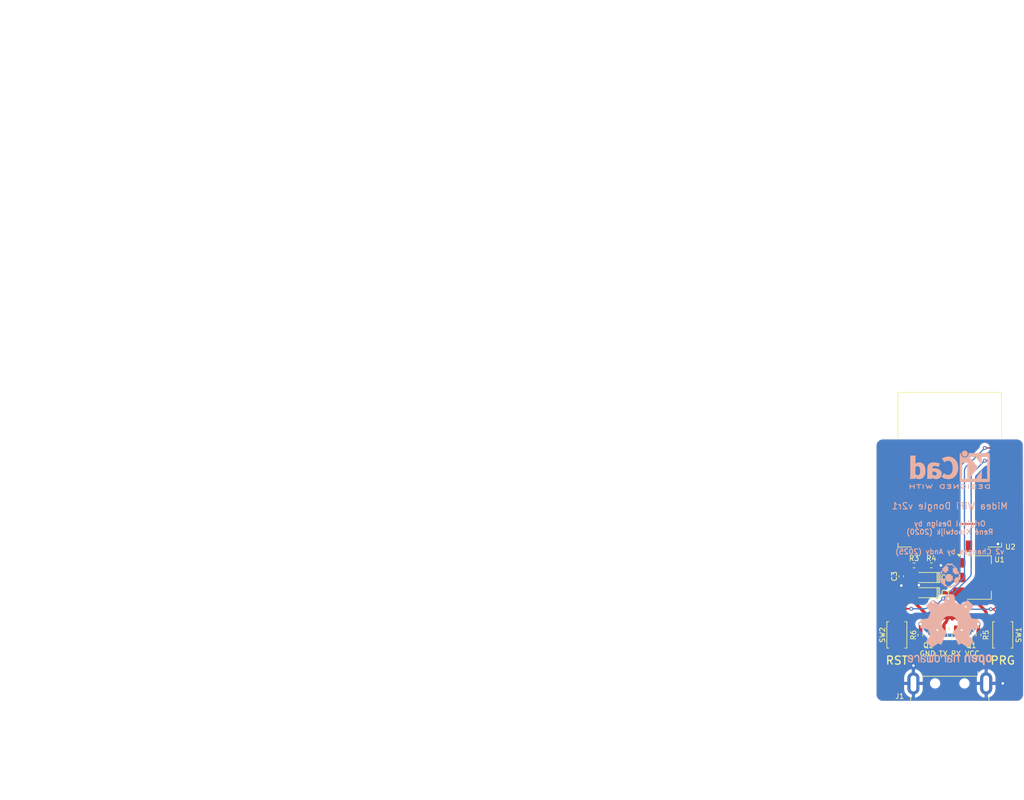
<source format=kicad_pcb>
(kicad_pcb (version 20241229) (generator "pcbnew") (generator_version "9.0")
  (title_block (rev "1"))
  (layers (0 "F.Cu" signal "Front") (2 "B.Cu" signal "Back") (13 "F.Paste" user) (15 "B.Paste" user) (5 "F.SilkS" user "F.Silkscreen") (7 "B.SilkS" user "B.Silkscreen") (1 "F.Mask" user) (3 "B.Mask" user) (25 "Edge.Cuts" user))
  (net 0 "")
  (net 1 "GND")
  (net 2 "+5V")
  (net 3 "/RESET")
  (net 4 "+3V3")
  (net 5 "/RX_USB")
  (net 6 "/TX_USB")
  (net 7 "/GPIO0")
  (net 8 "/EN")
  (net 9 "/GPIO15")
  (net 24 "/RN1-6")
  (net 25 "/RN1-5")
  (footprint "RF_Module:ESP-12E" (layer "F.Cu") (at 153.9 88.3)
    (property "Reference" "U2" (at 9.5 12.1 0) (layer "F.SilkS") (effects (font (size 0.8 0.8) (thickness 0.13))))
    (property "Value" "ESP-12F")
    (pad "1" smd rect (at -7.6 -3.5) (size 2.5 1) (layers "F.Cu" "F.Mask" "F.Paste") (net 3 "/RESET"))
    (pad "2" smd rect (at -7.6 -1.5) (size 2.5 1) (layers "F.Cu" "F.Mask" "F.Paste"))
    (pad "3" smd rect (at -7.6 0.5) (size 2.5 1) (layers "F.Cu" "F.Mask" "F.Paste") (net 8 "/EN"))
    (pad "4" smd rect (at -7.6 2.5) (size 2.5 1) (layers "F.Cu" "F.Mask" "F.Paste"))
    (pad "5" smd rect (at -7.6 4.5) (size 2.5 1) (layers "F.Cu" "F.Mask" "F.Paste"))
    (pad "6" smd rect (at -7.6 6.5) (size 2.5 1) (layers "F.Cu" "F.Mask" "F.Paste"))
    (pad "7" smd rect (at -7.6 8.5) (size 2.5 1) (layers "F.Cu" "F.Mask" "F.Paste"))
    (pad "8" smd rect (at -7.6 10.5) (size 2.5 1) (layers "F.Cu" "F.Mask" "F.Paste") (net 4 "+3V3"))
    (pad "9" smd rect (at -5 12) (size 1 1.8) (layers "F.Cu" "F.Mask" "F.Paste"))
    (pad "10" smd rect (at -3 12) (size 1 1.8) (layers "F.Cu" "F.Mask" "F.Paste"))
    (pad "11" smd rect (at -1 12) (size 1 1.8) (layers "F.Cu" "F.Mask" "F.Paste"))
    (pad "12" smd rect (at 1 12) (size 1 1.8) (layers "F.Cu" "F.Mask" "F.Paste"))
    (pad "13" smd rect (at 3 12) (size 1 1.8) (layers "F.Cu" "F.Mask" "F.Paste"))
    (pad "14" smd rect (at 5 12) (size 1 1.8) (layers "F.Cu" "F.Mask" "F.Paste"))
    (pad "15" smd rect (at 7.6 10.5) (size 2.5 1) (layers "F.Cu" "F.Mask" "F.Paste") (net 1 "GND"))
    (pad "16" smd rect (at 7.6 8.5) (size 2.5 1) (layers "F.Cu" "F.Mask" "F.Paste") (net 9 "/GPIO15"))
    (pad "17" smd rect (at 7.6 6.5) (size 2.5 1) (layers "F.Cu" "F.Mask" "F.Paste"))
    (pad "18" smd rect (at 7.6 4.5) (size 2.5 1) (layers "F.Cu" "F.Mask" "F.Paste") (net 7 "/GPIO0"))
    (pad "19" smd rect (at 7.6 2.5) (size 2.5 1) (layers "F.Cu" "F.Mask" "F.Paste"))
    (pad "20" smd rect (at 7.6 0.5) (size 2.5 1) (layers "F.Cu" "F.Mask" "F.Paste"))
    (pad "21" smd rect (at 7.6 -1.5) (size 2.5 1) (layers "F.Cu" "F.Mask" "F.Paste") (net 24 "/RN1-6"))
    (pad "22" smd rect (at 7.6 -3.5) (size 2.5 1) (layers "F.Cu" "F.Mask" "F.Paste") (net 25 "/RN1-5"))
    (zone (net 0) (net_name "") (layers "F.Cu" "B.Cu") (connect_pads (clearance 0)) (min_thickness 0.254)
      (keepout (tracks not_allowed) (vias not_allowed) (pads not_allowed) (copperpour not_allowed) (footprints not_allowed))
      (fill (thermal_gap 0.508) (thermal_bridge_width 0.508))
      (polygon (pts (xy 145.78 83.5) (xy 162.02 83.5) (xy 162.02 76.18) (xy 145.78 76.18)))
    )
  )
  (footprint "Andys-Footprints:CP_EIA-2012-12_Kemet-R_Pad1.30x1.05mm_HandSolder" (layer "F.Cu") (at 150.025 107.586 180)
    (property "Reference" "C1" (at -3.275 -0.014 0) (layer "F.SilkS") (effects (font (size 0.8 0.8) (thickness 0.13))))
    (property "Value" "22uF")
    (pad "1" smd roundrect (at -0.975 0 180) (size 1.3 1.05) (layers "F.Cu" "F.Mask" "F.Paste") (roundrect_rratio 0.238095) (net 2 "+5V"))
    (pad "2" smd roundrect (at 0.975 0 180) (size 1.3 1.05) (layers "F.Cu" "F.Mask" "F.Paste") (roundrect_rratio 0.238095) (net 1 "GND"))
  )
  (footprint "Package_TO_SOT_SMD:SOT-223" (layer "F.Cu") (at 158.5025 105.2)
    (property "Reference" "U1" (at 3.1975 -2.8 0) (layer "F.SilkS") (effects (font (size 0.8 0.8) (thickness 0.13))))
    (property "Value" "AMS1117-3.3")
    (pad "1" smd roundrect (at -3.15 -2.3) (size 2 1.5) (layers "F.Cu" "F.Mask" "F.Paste") (net 1 "GND"))
    (pad "2" smd roundrect (at -3.15 0) (size 2 1.5) (layers "F.Cu" "F.Mask" "F.Paste") (net 4 "+3V3"))
    (pad "3" smd roundrect (at -3.15 2.3) (size 2 1.5) (layers "F.Cu" "F.Mask" "F.Paste") (net 2 "+5V"))
    (pad "4" smd roundrect (at 3.15 0) (size 2 3.8) (layers "F.Cu" "F.Mask" "F.Paste"))
  )
  (footprint "Resistor_SMD:R_0402_1005Metric_Pad0.72x0.64mm_HandSolder" (layer "F.Cu") (at 148.3 103.3 180)
    (property "Reference" "R3" (at 0 1.1 180) (layer "F.SilkS") (effects (font (size 0.8 0.8) (thickness 0.13))))
    (property "Value" "10k")
    (pad "1" smd roundrect (at -0.5975 0 180) (size 0.715 0.64) (layers "F.Cu" "F.Mask" "F.Paste") (net 8 "/EN"))
    (pad "2" smd roundrect (at 0.5975 0 180) (size 0.715 0.64) (layers "F.Cu" "F.Mask" "F.Paste") (net 4 "+3V3"))
  )
  (footprint "Resistor_SMD:R_0402_1005Metric_Pad0.72x0.64mm_HandSolder" (layer "F.Cu") (at 151 103.3)
    (property "Reference" "R4" (at 0 -1.1 0) (layer "F.SilkS") (effects (font (size 0.8 0.8) (thickness 0.13))))
    (property "Value" "10k")
    (pad "1" smd roundrect (at -0.5975 0) (size 0.715 0.64) (layers "F.Cu" "F.Mask" "F.Paste") (net 9 "/GPIO15"))
    (pad "2" smd roundrect (at 0.5975 0) (size 0.715 0.64) (layers "F.Cu" "F.Mask" "F.Paste") (net 1 "GND"))
  )
  (footprint "Resistor_SMD:R_0402_1005Metric_Pad0.72x0.64mm_HandSolder" (layer "F.Cu") (at 158.4 114.21 -90)
    (property "Reference" "R5" (at 0 -1.17 270) (layer "F.SilkS") (effects (font (size 0.8 0.8) (thickness 0.13))))
    (property "Value" "10k")
    (pad "1" smd roundrect (at -0.5975 0 270) (size 0.715 0.64) (layers "F.Cu" "F.Mask" "F.Paste") (net 2 "+5V"))
    (pad "2" smd roundrect (at 0.5975 0 270) (size 0.715 0.64) (layers "F.Cu" "F.Mask" "F.Paste") (net 5 "/RX_USB"))
  )
  (footprint "Resistor_SMD:R_0402_1005Metric_Pad0.72x0.64mm_HandSolder" (layer "F.Cu") (at 149.3 114.21 -90)
    (property "Reference" "R6" (at 0 1.1 270) (layer "F.SilkS") (effects (font (size 0.8 0.8) (thickness 0.13))))
    (property "Value" "10k")
    (pad "1" smd roundrect (at -0.5975 0 270) (size 0.715 0.64) (layers "F.Cu" "F.Mask" "F.Paste") (net 2 "+5V"))
    (pad "2" smd roundrect (at 0.5975 0 270) (size 0.715 0.64) (layers "F.Cu" "F.Mask" "F.Paste") (net 6 "/TX_USB"))
  )
  (footprint "Package_TO_SOT_SMD:SOT-23" (layer "F.Cu") (at 152 114.3875 -90)
    (property "Reference" "Q2" (at 1.4625 1.45 0) (layer "F.SilkS") (effects (font (size 0.8 0.8) (thickness 0.12))))
    (property "Value" "BSS138")
    (pad "1" smd roundrect (at -0.9375 -0.95 270) (size 1.475 0.6) (layers "F.Cu" "F.Mask" "F.Paste") (net 4 "+3V3"))
    (pad "2" smd roundrect (at -0.9375 0.95 270) (size 1.475 0.6) (layers "F.Cu" "F.Mask" "F.Paste") (net 25 "/RN1-5"))
    (pad "3" smd roundrect (at 0.9375 0 270) (size 1.475 0.6) (layers "F.Cu" "F.Mask" "F.Paste") (net 6 "/TX_USB"))
  )
  (footprint "Package_TO_SOT_SMD:SOT-23" (layer "F.Cu") (at 155.81 114.3875 -90)
    (property "Reference" "Q1" (at 1.4625 -1.44 0) (layer "F.SilkS") (effects (font (size 0.8 0.8) (thickness 0.13))))
    (property "Value" "BSS138")
    (pad "1" smd roundrect (at -0.9375 -0.95 270) (size 1.475 0.6) (layers "F.Cu" "F.Mask" "F.Paste") (net 4 "+3V3"))
    (pad "2" smd roundrect (at -0.9375 0.95 270) (size 1.475 0.6) (layers "F.Cu" "F.Mask" "F.Paste") (net 24 "/RN1-6"))
    (pad "3" smd roundrect (at 0.9375 0 270) (size 1.475 0.6) (layers "F.Cu" "F.Mask" "F.Paste") (net 5 "/RX_USB"))
  )
  (footprint "Connector_USB:USB_A_CNCTech_1001-011-01101_Horizontal" (layer "F.Cu") (at 153.9 128.7 -90)
    (property "Reference" "J1" (at -4.9 7.85 0) (layer "F.SilkS") (effects (font (size 0.8 0.8) (thickness 0.13))))
    (property "Value" "USB_A")
    (fp_text user "GND" (at -11.1 4.8 0) (layer "F.SilkS") (effects (font (size 0.8 0.8) (thickness 0.13)) (justify left bottom)))
    (fp_text user "VCC" (at -11.1 -2.3 0) (layer "F.SilkS") (effects (font (size 0.8 0.8) (thickness 0.13)) (justify left bottom)))
    (fp_text user "TX" (at -11.1 1.8 0) (layer "F.SilkS") (effects (font (size 0.8 0.8) (thickness 0.13)) (justify left bottom)))
    (fp_text user "RX" (at -11.1 -0.1 0) (layer "F.SilkS") (effects (font (size 0.8 0.8) (thickness 0.13)) (justify left bottom)))
    (pad "" np_thru_hole circle (at -6.9 -2.3 270) (size 1.1 1.1) (drill 1.1) (layers "*.Cu" "*.Mask"))
    (pad "" np_thru_hole circle (at -6.9 2.3 270) (size 1.1 1.1) (drill 1.1) (layers "*.Cu" "*.Mask"))
    (pad "1" smd rect (at -9.65 -3.5 270) (size 2.5 1.1) (layers "F.Cu" "F.Mask" "F.Paste") (net 2 "+5V"))
    (pad "2" smd rect (at -9.65 -1 270) (size 2.5 1.1) (layers "F.Cu" "F.Mask" "F.Paste") (net 5 "/RX_USB"))
    (pad "3" smd rect (at -9.65 1 270) (size 2.5 1.1) (layers "F.Cu" "F.Mask" "F.Paste") (net 6 "/TX_USB"))
    (pad "4" smd rect (at -9.65 3.5 270) (size 2.5 1.1) (layers "F.Cu" "F.Mask" "F.Paste") (net 1 "GND"))
    (pad "5" thru_hole oval (at -6.9 -5.7 270) (size 3.5 1.9) (drill oval 2.5 0.9) (property pad_prop_heatsink) (layers "*.Cu" "*.Mask") (net 1 "GND"))
    (pad "5" thru_hole oval (at -6.9 5.7 270) (size 3.5 1.9) (drill oval 2.5 0.9) (property pad_prop_heatsink) (layers "*.Cu" "*.Mask") (net 1 "GND"))
  )
  (footprint "Andys-Footprints:CP_EIA-2012-12_Kemet-R_Pad1.30x1.05mm_HandSolder" (layer "F.Cu") (at 150.025 105.2 180)
    (property "Reference" "C2" (at -3.275 0 0) (layer "F.SilkS") (effects (font (size 0.8 0.8) (thickness 0.13))))
    (property "Value" "22uF")
    (pad "1" smd roundrect (at -0.975 0 180) (size 1.3 1.05) (layers "F.Cu" "F.Mask" "F.Paste") (roundrect_rratio 0.238095) (net 4 "+3V3"))
    (pad "2" smd roundrect (at 0.975 0 180) (size 1.3 1.05) (layers "F.Cu" "F.Mask" "F.Paste") (roundrect_rratio 0.238095) (net 1 "GND"))
  )
  (footprint "Button_Switch_SMD:SW_Push_SPST_NO_Alps_SKRK" (layer "F.Cu") (at 162.2 114.2 90)
    (property "Reference" "SW1" (at 0 2.5 90) (layer "F.SilkS") (effects (font (size 0.8 0.8) (thickness 0.13))))
    (property "Value" "SW_Push")
    (fp_text user "PRG" (at -4 0 0) (layer "F.SilkS") (effects (font (size 1.27 1.27) (thickness 0.2))))
    (pad "1" smd roundrect (at -2.1 0 90) (size 0.8 2) (layers "F.Cu" "F.Mask" "F.Paste") (net 1 "GND"))
    (pad "2" smd roundrect (at 2.1 0 90) (size 0.8 2) (layers "F.Cu" "F.Mask" "F.Paste") (net 7 "/GPIO0"))
  )
  (footprint "Capacitor_SMD:C_0402_1005Metric_Pad0.74x0.62mm_HandSolder" (layer "F.Cu") (at 146.3 105.0175 90)
    (property "Reference" "C3" (at 0 -1.1 90) (layer "F.SilkS") (effects (font (size 0.8 0.8) (thickness 0.13))))
    (property "Value" "100nF")
    (pad "1" smd roundrect (at -0.5675 0 90) (size 0.735 0.62) (layers "F.Cu" "F.Mask" "F.Paste") (net 1 "GND"))
    (pad "2" smd roundrect (at 0.5675 0 90) (size 0.735 0.62) (layers "F.Cu" "F.Mask" "F.Paste") (net 4 "+3V3"))
  )
  (footprint "Resistor_SMD:R_Array_Concave_4x0603" (layer "F.Cu") (at 153.9 110.65 90)
    (property "Reference" "RN1" (at 0 -2.5 90) (layer "F.SilkS") (effects (font (size 0.8 0.8) (thickness 0.13))))
    (property "Value" "R_Pack04")
    (pad "1" smd rect (at -0.85 -1.2 90) (size 0.9 0.4) (layers "F.Cu" "F.Mask" "F.Paste") (net 4 "+3V3"))
    (pad "2" smd rect (at -0.85 -0.4 90) (size 0.9 0.4) (layers "F.Cu" "F.Mask" "F.Paste") (net 4 "+3V3"))
    (pad "3" smd rect (at -0.85 0.4 90) (size 0.9 0.4) (layers "F.Cu" "F.Mask" "F.Paste") (net 4 "+3V3"))
    (pad "4" smd rect (at -0.85 1.2 90) (size 0.9 0.4) (layers "F.Cu" "F.Mask" "F.Paste") (net 4 "+3V3"))
    (pad "5" smd rect (at 0.85 1.2 90) (size 0.9 0.4) (layers "F.Cu" "F.Mask" "F.Paste") (net 7 "/GPIO0"))
    (pad "6" smd rect (at 0.85 0.4 90) (size 0.9 0.4) (layers "F.Cu" "F.Mask" "F.Paste") (net 24 "/RN1-6"))
    (pad "7" smd rect (at 0.85 -0.4 90) (size 0.9 0.4) (layers "F.Cu" "F.Mask" "F.Paste") (net 25 "/RN1-5"))
    (pad "8" smd rect (at 0.85 -1.2 90) (size 0.9 0.4) (layers "F.Cu" "F.Mask" "F.Paste") (net 3 "/RESET"))
  )
  (footprint "Button_Switch_SMD:SW_Push_SPST_NO_Alps_SKRK" (layer "F.Cu") (at 145.6 114.2 90)
    (property "Reference" "SW2" (at 0 -2.25 90) (layer "F.SilkS") (effects (font (size 0.8 0.8) (thickness 0.13))))
    (property "Value" "SW_Push")
    (fp_text user "RST" (at -4 0 0) (layer "F.SilkS") (effects (font (size 1.27 1.27) (thickness 0.2))))
    (pad "1" smd roundrect (at -2.1 0 90) (size 0.8 2) (layers "F.Cu" "F.Mask" "F.Paste") (net 1 "GND"))
    (pad "2" smd roundrect (at 2.1 0 90) (size 0.8 2) (layers "F.Cu" "F.Mask" "F.Paste") (net 3 "/RESET"))
  )
  (footprint "Symbol:OSHW-Logo2_14.6x12mm_SilkScreen" (layer "B.Cu") (at 153.9 113.4 180)
    (property "Reference" "REF**" (hide yes))
    (property "Value" "OSHW-Logo2_14.6x12mm_SilkScreen" (hide yes))
  )
  (footprint "Symbol:KiCad-Logo2_5mm_SilkScreen" (layer "B.Cu") (at 153.9 88.3 180)
    (property "Reference" "REF**" (hide yes))
    (property "Value" "KiCad-Logo2_5mm_SilkScreen" (hide yes))
  )
  (footprint "Andys-Footprints:Yoshi-Egg-Small" (layer "B.Cu") (at 153.9 104.9 180)
    (property "Reference" "G1" (hide yes))
    (property "Value" "LOGO" (hide yes))
  )
  (gr_line (start 143.4 124.55) (end 164.4 124.55) (stroke (width 0.0381)) (layer "Edge.Cuts"))
  (gr_line (start 165.4 84.55) (end 165.4 123.55) (stroke (width 0.0381)) (layer "Edge.Cuts"))
  (gr_line (start 143.4 83.55) (end 164.4 83.55) (stroke (width 0.0381)) (layer "Edge.Cuts"))
  (gr_line (start 142.4 84.55) (end 142.4 123.55) (stroke (width 0.0381)) (layer "Edge.Cuts"))
  (gr_arc (start 142.4 84.55) (mid 142.692893 83.842893) (end 143.4 83.55) (stroke (width 0.0381)) (layer "Edge.Cuts"))
  (gr_arc (start 165.4 123.55) (mid 165.107107 124.257107) (end 164.4 124.55) (stroke (width 0.0381)) (layer "Edge.Cuts"))
  (gr_arc (start 143.4 124.55) (mid 142.692893 124.257107) (end 142.4 123.55) (stroke (width 0.0381)) (layer "Edge.Cuts"))
  (gr_arc (start 164.4 83.55) (mid 165.107107 83.842893) (end 165.4 84.55) (stroke (width 0.0381)) (layer "Edge.Cuts"))
  (gr_text "Original Design by\nRené Klootwijk (2020)" (at 153.9 97.4075 0) (layer "B.SilkS") (effects (font (size 0.8 0.8) (thickness 0.1524)) (justify mirror)))
  (gr_text "Midea WiFi Dongle v2r1" (at 153.9 94 0) (layer "B.SilkS") (effects (font (size 1.016 1.016) (thickness 0.1524)) (justify mirror)))
  (gr_text "v2 Changes by Andy (2025)" (at 153.9 101.15 0) (layer "B.SilkS") (effects (font (size 0.8 0.8) (thickness 0.1524)) (justify mirror)))
  (segment (start 145.6 116.535786) (end 145.6 116.3) (width 0.5) (layer "F.Cu") (net 1))
  (segment (start 161.45 98.917) (end 161.467 98.9) (width 0.127) (layer "F.Cu") (net 1))
  (segment (start 149.05 105.2) (end 149.05 106.4) (width 0.5) (layer "F.Cu") (net 1))
  (segment (start 151.5975 103.3) (end 153.451472 103.3) (width 0.5) (layer "F.Cu") (net 1))
  (segment (start 148.2 119) (end 150.4 119) (width 0.5) (layer "F.Cu") (net 1))
  (segment (start 161.45 99.95) (end 161.45 98.917) (width 0.5) (layer "F.Cu") (net 1))
  (segment (start 147.357107 118.707107) (end 145.892893 117.242893) (width 0.5) (layer "F.Cu") (net 1))
  (segment (start 154.348528 102.9) (end 155.3525 102.9) (width 0.5) (layer "F.Cu") (net 1))
  (segment (start 148.2 119) (end 148.064214 119) (width 0.5) (layer "F.Cu") (net 1))
  (segment (start 153.875736 103.124264) (end 153.924264 103.075736) (width 0.5) (layer "F.Cu") (net 1))
  (segment (start 146.3 105.781) (end 146.3 106.469) (width 0.5) (layer "F.Cu") (net 1))
  (segment (start 149.05 107.586) (end 149.05 106.4) (width 0.5) (layer "F.Cu") (net 1))
  (segment (start 146.3 106.469) (end 146.279 106.49) (width 0.2) (layer "F.Cu") (net 1))
  (segment (start 146.3 106.511) (end 146.279 106.49) (width 0.2) (layer "F.Cu") (net 1))
  (segment (start 162.2 121.8) (end 159.6 121.8) (width 0.5) (layer "F.Cu") (net 1))
  (segment (start 148.2 119) (end 148.2 121.75) (width 0.5) (layer "F.Cu") (net 1))
  (segment (start 162.2 121.8) (end 162.2 116.3) (width 0.5) (layer "F.Cu") (net 1))
  (via (at 152.5 103.3) (size 0.6) (drill 0.4) (layers "F.Cu" "B.Cu") (net 1))
  (via (at 162.2 121.8) (size 0.6) (drill 0.4) (layers "F.Cu" "B.Cu") (net 1))
  (via (at 146.309 106.46) (size 0.6) (drill 0.4) (layers "F.Cu" "B.Cu") (net 1))
  (via (at 148.2 119) (size 0.6) (drill 0.4) (layers "F.Cu" "B.Cu") (net 1))
  (via (at 149.05 106.4) (size 0.6) (drill 0.4) (layers "F.Cu" "B.Cu") (net 1))
  (via (at 161.45 99.95) (size 0.6) (drill 0.4) (layers "F.Cu" "B.Cu") (net 1))
  (arc (start 148.064214 119) (mid 147.681531 118.92388) (end 147.357107 118.707107) (width 0.5) (layer "F.Cu") (net 1))
  (arc (start 145.6 116.535786) (mid 145.67612 116.918469) (end 145.892893 117.242893) (width 0.5) (layer "F.Cu") (net 1))
  (arc (start 153.924264 103.075736) (mid 154.118918 102.945672) (end 154.348528 102.9) (width 0.5) (layer "F.Cu") (net 1))
  (arc (start 153.875736 103.124264) (mid 153.681082 103.254328) (end 153.451472 103.3) (width 0.5) (layer "F.Cu") (net 1))
  (segment (start 156.842893 107.792893) (end 159.357107 110.307107) (width 0.5) (layer "F.Cu") (net 2))
  (segment (start 159.5625 113.6125) (end 159.65 113.7) (width 0.5) (layer "F.Cu") (net 2))
  (segment (start 150.946 107.586) (end 155.2665 107.586) (width 0.5) (layer "F.Cu") (net 2))
  (segment (start 157.835786 119.05) (end 157.4 119.05) (width 0.5) (layer "F.Cu") (net 2))
  (segment (start 158.4 113.6125) (end 158.4 112.5) (width 0.5) (layer "F.Cu") (net 2))
  (segment (start 149.3 112.5) (end 149.3 113.6125) (width 0.5) (layer "F.Cu") (net 2))
  (segment (start 158.4 113.6125) (end 159.5625 113.6125) (width 0.5) (layer "F.Cu") (net 2))
  (segment (start 159.357107 117.942893) (end 158.542893 118.757107) (width 0.5) (layer "F.Cu") (net 2))
  (segment (start 155.2665 107.586) (end 155.3525 107.5) (width 0.5) (layer "F.Cu") (net 2))
  (segment (start 159.65 113.7) (end 159.65 117.235786) (width 0.5) (layer "F.Cu") (net 2))
  (segment (start 155.3525 107.5) (end 156.135786 107.5) (width 0.5) (layer "F.Cu") (net 2))
  (segment (start 159.65 111.014214) (end 159.65 113.7) (width 0.5) (layer "F.Cu") (net 2))
  (via (at 158.4 112.5) (size 0.6) (drill 0.4) (layers "F.Cu" "B.Cu") (net 2))
  (via (at 149.3 112.5) (size 0.6) (drill 0.4) (layers "F.Cu" "B.Cu") (net 2))
  (arc (start 159.65 117.235786) (mid 159.57388 117.618469) (end 159.357107 117.942893) (width 0.5) (layer "F.Cu") (net 2))
  (arc (start 158.542893 118.757107) (mid 158.21847 118.97388) (end 157.835786 119.05) (width 0.5) (layer "F.Cu") (net 2))
  (arc (start 159.65 111.014214) (mid 159.57388 110.631531) (end 159.357107 110.307107) (width 0.5) (layer "F.Cu") (net 2))
  (arc (start 156.135786 107.5) (mid 156.518469 107.57612) (end 156.842893 107.792893) (width 0.5) (layer "F.Cu") (net 2))
  (segment (start 158.4 112.5) (end 156.942893 113.957107) (width 0.5) (layer "B.Cu") (net 2))
  (segment (start 156.235786 114.25) (end 151.464214 114.25) (width 0.5) (layer "B.Cu") (net 2))
  (segment (start 150.757107 113.957107) (end 149.3 112.5) (width 0.5) (layer "B.Cu") (net 2))
  (arc (start 156.942893 113.957107) (mid 156.61847 114.17388) (end 156.235786 114.25) (width 0.5) (layer "B.Cu") (net 2))
  (arc (start 150.757107 113.957107) (mid 151.08153 114.17388) (end 151.464214 114.25) (width 0.5) (layer "B.Cu") (net 2))
  (segment (start 146.757107 110.392893) (end 145.892893 111.257107) (width 0.2) (layer "F.Cu") (net 3))
  (segment (start 151.875736 109.275736) (end 152.224264 109.624264) (width 0.2) (layer "F.Cu") (net 3))
  (segment (start 151.3 109.1) (end 151.451472 109.1) (width 0.2) (layer "F.Cu") (net 3))
  (segment (start 147.85875 110.1) (end 147.464214 110.1) (width 0.2) (layer "F.Cu") (net 3))
  (segment (start 145.064214 84.8) (end 146.3 84.8) (width 0.2) (layer "F.Cu") (net 3))
  (segment (start 147.85875 110.1) (end 147.514214 110.1) (width 0.2) (layer "F.Cu") (net 3))
  (segment (start 144 106.585786) (end 144 85.864214) (width 0.2) (layer "F.Cu") (net 3))
  (segment (start 144.292893 85.157107) (end 144.357107 85.092893) (width 0.2) (layer "F.Cu") (net 3))
  (segment (start 145.6 111.964214) (end 145.6 112.1) (width 0.2) (layer "F.Cu") (net 3))
  (segment (start 152.648528 109.8) (end 152.7 109.8) (width 0.2) (layer "F.Cu") (net 3))
  (segment (start 146.807107 109.807107) (end 144.292893 107.292893) (width 0.2) (layer "F.Cu") (net 3))
  (via (at 151.3 109.1) (size 0.6) (drill 0.3) (layers "F.Cu" "B.Cu") (net 3))
  (via (at 147.85875 110.1) (size 0.6) (drill 0.3) (layers "F.Cu" "B.Cu") (net 3))
  (arc (start 145.064214 84.8) (mid 144.681531 84.87612) (end 144.357107 85.092893) (width 0.2) (layer "F.Cu") (net 3))
  (arc (start 145.6 111.964214) (mid 145.67612 111.581531) (end 145.892893 111.257107) (width 0.2) (layer "F.Cu") (net 3))
  (arc (start 151.875736 109.275736) (mid 151.681082 109.145672) (end 151.451472 109.1) (width 0.2) (layer "F.Cu") (net 3))
  (arc (start 146.807107 109.807107) (mid 147.13153 110.02388) (end 147.514214 110.1) (width 0.2) (layer "F.Cu") (net 3))
  (arc (start 144 106.585786) (mid 144.07612 106.968469) (end 144.292893 107.292893) (width 0.2) (layer "F.Cu") (net 3))
  (arc (start 144 85.864214) (mid 144.07612 85.481531) (end 144.292893 85.157107) (width 0.2) (layer "F.Cu") (net 3))
  (arc (start 152.224264 109.624264) (mid 152.418918 109.754328) (end 152.648528 109.8) (width 0.2) (layer "F.Cu") (net 3))
  (arc (start 147.464214 110.1) (mid 147.081531 110.17612) (end 146.757107 110.392893) (width 0.2) (layer "F.Cu") (net 3))
  (segment (start 147.85875 110.1) (end 149.885786 110.1) (width 0.2) (layer "B.Cu") (net 3))
  (segment (start 150.592893 109.807107) (end 151.3 109.1) (width 0.2) (layer "B.Cu") (net 3))
  (arc (start 150.592893 109.807107) (mid 150.26847 110.02388) (end 149.885786 110.1) (width 0.2) (layer "B.Cu") (net 3))
  (segment (start 147.207107 104.807107) (end 147.142893 104.742893) (width 0.5) (layer "F.Cu") (net 4))
  (segment (start 147.5 107.835786) (end 147.5 105.514214) (width 0.5) (layer "F.Cu") (net 4))
  (segment (start 147.7025 103.553972) (end 147.7025 103.3) (width 0.5) (layer "F.Cu") (net 4))
  (segment (start 146.3 101.985786) (end 146.3 98.8) (width 0.5) (layer "F.Cu") (net 4))
  (segment (start 147.7025 103.3) (end 147.614214 103.3) (width 0.5) (layer "F.Cu") (net 4))
  (segment (start 150.457107 111.207107) (end 147.792893 108.542893) (width 0.5) (layer "F.Cu") (net 4))
  (segment (start 156.092893 111.792893) (end 156.467107 112.167107) (width 0.5) (layer "F.Cu") (net 4))
  (segment (start 155.1 111.5) (end 155.385786 111.5) (width 0.5) (layer "F.Cu") (net 4))
  (segment (start 153.204893 112.295107) (end 153.207107 112.292893) (width 0.5) (layer "F.Cu") (net 4))
  (segment (start 151 105.2) (end 151 104.848528) (width 0.5) (layer "F.Cu") (net 4))
  (segment (start 146.907107 103.007107) (end 146.592893 102.692893) (width 0.5) (layer "F.Cu") (net 4))
  (segment (start 152.7 111.5) (end 151.164214 111.5) (width 0.5) (layer "F.Cu") (net 4))
  (segment (start 152.7 111.5) (end 153.5 111.5) (width 0.5) (layer "F.Cu") (net 4))
  (segment (start 153.5 111.5) (end 154.3 111.5) (width 0.5) (layer "F.Cu") (net 4))
  (segment (start 156.76 112.874214) (end 156.76 113.45) (width 0.5) (layer "F.Cu") (net 4))
  (segment (start 146.3 104.45) (end 146.3 104.181371) (width 0.5) (layer "F.Cu") (net 4))
  (segment (start 147.924264 104.024264) (end 147.878236 103.978236) (width 0.5) (layer "F.Cu") (net 4))
  (segment (start 155.3525 105.2) (end 151 105.2) (width 0.5) (layer "F.Cu") (net 4))
  (segment (start 146.534315 103.615685) (end 146.615686 103.534314) (width 0.5) (layer "F.Cu") (net 4))
  (segment (start 153.5 111.585786) (end 153.5 111.5) (width 0.5) (layer "F.Cu") (net 4))
  (segment (start 154.3 111.5) (end 155.1 111.5) (width 0.5) (layer "F.Cu") (net 4))
  (segment (start 147.181371 103.3) (end 147.7025 103.3) (width 0.5) (layer "F.Cu") (net 4))
  (segment (start 150.351472 104.2) (end 148.348528 104.2) (width 0.5) (layer "F.Cu") (net 4))
  (segment (start 150.824264 104.424264) (end 150.775736 104.375736) (width 0.5) (layer "F.Cu") (net 4))
  (segment (start 152.912 113.1985) (end 152.912 113.002214) (width 0.5) (layer "F.Cu") (net 4))
  (segment (start 146.435786 104.45) (end 146.3 104.45) (width 0.5) (layer "F.Cu") (net 4))
  (arc (start 150.351472 104.2) (mid 150.581082 104.245672) (end 150.775736 104.375736) (width 0.5) (layer "F.Cu") (net 4))
  (arc (start 156.76 112.874214) (mid 156.68388 112.491531) (end 156.467107 112.167107) (width 0.5) (layer "F.Cu") (net 4))
  (arc (start 151 104.848528) (mid 150.954328 104.618918) (end 150.824264 104.424264) (width 0.5) (layer "F.Cu") (net 4))
  (arc (start 146.3 101.985786) (mid 146.37612 102.368469) (end 146.592893 102.692893) (width 0.5) (layer "F.Cu") (net 4))
  (arc (start 146.615686 103.534314) (mid 146.875225 103.360896) (end 147.181371 103.3) (width 0.5) (layer "F.Cu") (net 4))
  (arc (start 156.092893 111.792893) (mid 155.76847 111.57612) (end 155.385786 111.5) (width 0.5) (layer "F.Cu") (net 4))
  (arc (start 147.614214 103.3) (mid 147.231531 103.22388) (end 146.907107 103.007107) (width 0.5) (layer "F.Cu") (net 4))
  (arc (start 147.878236 103.978236) (mid 147.748172 103.783582) (end 147.7025 103.553972) (width 0.5) (layer "F.Cu") (net 4))
  (arc (start 148.348528 104.2) (mid 148.118918 104.154328) (end 147.924264 104.024264) (width 0.5) (layer "F.Cu") (net 4))
  (arc (start 153.207107 112.292893) (mid 153.42388 111.96847) (end 153.5 111.585786) (width 0.5) (layer "F.Cu") (net 4))
  (arc (start 147.207107 104.807107) (mid 147.42388 105.13153) (end 147.5 105.514214) (width 0.5) (layer "F.Cu") (net 4))
  (arc (start 147.142893 104.742893) (mid 146.81847 104.52612) (end 146.435786 104.45) (width 0.5) (layer "F.Cu") (net 4))
  (arc (start 151.164214 111.5) (mid 150.781531 111.42388) (end 150.457107 111.207107) (width 0.5) (layer "F.Cu") (net 4))
  (arc (start 146.534315 103.615685) (mid 146.360896 103.875224) (end 146.3 104.181371) (width 0.5) (layer "F.Cu") (net 4))
  (arc (start 147.5 107.835786) (mid 147.57612 108.218469) (end 147.792893 108.542893) (width 0.5) (layer "F.Cu") (net 4))
  (arc (start 152.912 113.002214) (mid 152.98812 112.619531) (end 153.204893 112.295107) (width 0.5) (layer "F.Cu") (net 4))
  (segment (start 155.81 115.325) (end 155.81 115.875786) (width 0.2) (layer "F.Cu") (net 5))
  (segment (start 156.243629 115.325) (end 155.81 115.325) (width 0.2) (layer "F.Cu") (net 5))
  (segment (start 154.9 117.614214) (end 154.9 119.05) (width 0.2) (layer "F.Cu") (net 5))
  (segment (start 155.517107 116.582893) (end 155.192893 116.907107) (width 0.2) (layer "F.Cu") (net 5))
  (segment (start 158.4 114.8075) (end 157.423871 114.8075) (width 0.2) (layer "F.Cu") (net 5))
  (segment (start 156.858185 115.041815) (end 156.809314 115.090686) (width 0.2) (layer "F.Cu") (net 5))
  (arc (start 155.81 115.875786) (mid 155.73388 116.25847) (end 155.517107 116.582893) (width 0.2) (layer "F.Cu") (net 5))
  (arc (start 157.423871 114.8075) (mid 157.117724 114.868397) (end 156.858185 115.041815) (width 0.2) (layer "F.Cu") (net 5))
  (arc (start 155.192893 116.907107) (mid 154.97612 117.23153) (end 154.9 117.614214) (width 0.2) (layer "F.Cu") (net 5))
  (arc (start 156.243629 115.325) (mid 156.549775 115.264104) (end 156.809314 115.090686) (width 0.2) (layer "F.Cu") (net 5))
  (segment (start 152 115.325) (end 151.306371 115.325) (width 0.2) (layer "F.Cu") (net 6))
  (segment (start 150.740685 115.090685) (end 150.691814 115.041814) (width 0.2) (layer "F.Cu") (net 6))
  (segment (start 152.292893 116.592893) (end 152.607107 116.907107) (width 0.2) (layer "F.Cu") (net 6))
  (segment (start 152 115.325) (end 152 115.885786) (width 0.2) (layer "F.Cu") (net 6))
  (segment (start 152.9 117.614214) (end 152.9 119.05) (width 0.2) (layer "F.Cu") (net 6))
  (segment (start 150.126129 114.8075) (end 149.3 114.8075) (width 0.2) (layer "F.Cu") (net 6))
  (arc (start 152.607107 116.907107) (mid 152.82388 117.23153) (end 152.9 117.614214) (width 0.2) (layer "F.Cu") (net 6))
  (arc (start 151.306371 115.325) (mid 151.000224 115.264103) (end 150.740685 115.090685) (width 0.2) (layer "F.Cu") (net 6))
  (arc (start 152 115.885786) (mid 152.07612 116.268469) (end 152.292893 116.592893) (width 0.2) (layer "F.Cu") (net 6))
  (arc (start 150.126129 114.8075) (mid 150.432275 114.868396) (end 150.691814 115.041814) (width 0.2) (layer "F.Cu") (net 6))
  (segment (start 162.2 112.014214) (end 162.2 112.1) (width 0.2) (layer "F.Cu") (net 7))
  (segment (start 156.4 109.8) (end 155.1 109.8) (width 0.2) (layer "F.Cu") (net 7))
  (segment (start 161.067893 110.467893) (end 161.907107 111.307107) (width 0.2) (layer "F.Cu") (net 7))
  (segment (start 163.192893 93.092893) (end 163.407107 93.307107) (width 0.2) (layer "F.Cu") (net 7))
  (segment (start 160.410786 110.175) (end 160.325 110.175) (width 0.2) (layer "F.Cu") (net 7))
  (segment (start 160.325 110.175) (end 160.360786 110.175) (width 0.2) (layer "F.Cu") (net 7))
  (segment (start 163.7 94.014214) (end 163.7 106.885786) (width 0.2) (layer "F.Cu") (net 7))
  (segment (start 161.5 92.8) (end 162.485786 92.8) (width 0.2) (layer "F.Cu") (net 7))
  (segment (start 163.407107 107.592893) (end 161.117893 109.882107) (width 0.2) (layer "F.Cu") (net 7))
  (via (at 160.325 110.175) (size 0.6) (drill 0.3) (layers "F.Cu" "B.Cu") (net 7))
  (via (at 156.4 109.8) (size 0.6) (drill 0.3) (layers "F.Cu" "B.Cu") (net 7))
  (arc (start 160.410786 110.175) (mid 160.793469 110.09888) (end 161.117893 109.882107) (width 0.2) (layer "F.Cu") (net 7))
  (arc (start 163.7 106.885786) (mid 163.62388 107.268469) (end 163.407107 107.592893) (width 0.2) (layer "F.Cu") (net 7))
  (arc (start 161.907107 111.307107) (mid 162.12388 111.63153) (end 162.2 112.014214) (width 0.2) (layer "F.Cu") (net 7))
  (arc (start 161.067893 110.467893) (mid 160.74347 110.25112) (end 160.360786 110.175) (width 0.2) (layer "F.Cu") (net 7))
  (arc (start 163.7 94.014214) (mid 163.62388 93.631531) (end 163.407107 93.307107) (width 0.2) (layer "F.Cu") (net 7))
  (arc (start 162.485786 92.8) (mid 162.868469 92.87612) (end 163.192893 93.092893) (width 0.2) (layer "F.Cu") (net 7))
  (segment (start 157.189214 110.175) (end 160.325 110.175) (width 0.2) (layer "B.Cu") (net 7))
  (segment (start 156.4 109.8) (end 156.482107 109.882107) (width 0.2) (layer "B.Cu") (net 7))
  (arc (start 157.189214 110.175) (mid 156.806531 110.09888) (end 156.482107 109.882107) (width 0.2) (layer "B.Cu") (net 7))
  (segment (start 149.102893 102.697107) (end 149.582107 102.217893) (width 0.2) (layer "F.Cu") (net 8))
  (segment (start 147.399286 88.8135) (end 146.5845 88.8135) (width 0.2) (layer "F.Cu") (net 8))
  (segment (start 149.875 101.510786) (end 149.875 91.289214) (width 0.2) (layer "F.Cu") (net 8))
  (segment (start 149.582107 90.582107) (end 148.106393 89.106393) (width 0.2) (layer "F.Cu") (net 8))
  (arc (start 149.102893 102.697107) (mid 148.88612 103.02153) (end 148.81 103.404214) (width 0.2) (layer "F.Cu") (net 8))
  (arc (start 149.875 101.510786) (mid 149.79888 101.893469) (end 149.582107 102.217893) (width 0.2) (layer "F.Cu") (net 8))
  (arc (start 147.399286 88.8135) (mid 147.781969 88.88962) (end 148.106393 89.106393) (width 0.2) (layer "F.Cu") (net 8))
  (arc (start 149.875 91.289214) (mid 149.79888 90.906531) (end 149.582107 90.582107) (width 0.2) (layer "F.Cu") (net 8))
  (segment (start 153.907107 97.092893) (end 152.192893 98.807107) (width 0.2) (layer "F.Cu") (net 9))
  (segment (start 151.607107 101.492893) (end 150.695393 102.404607) (width 0.2) (layer "F.Cu") (net 9))
  (segment (start 151.9 99.514214) (end 151.9 100.785786) (width 0.2) (layer "F.Cu") (net 9))
  (segment (start 161.5 96.8) (end 154.614214 96.8) (width 0.2) (layer "F.Cu") (net 9))
  (segment (start 150.4025 103.111714) (end 150.4025 103.3) (width 0.2) (layer "F.Cu") (net 9))
  (arc (start 151.9 99.514214) (mid 151.97612 99.131531) (end 152.192893 98.807107) (width 0.2) (layer "F.Cu") (net 9))
  (arc (start 151.9 100.785786) (mid 151.82388 101.168469) (end 151.607107 101.492893) (width 0.2) (layer "F.Cu") (net 9))
  (arc (start 150.4025 103.111714) (mid 150.47862 102.729031) (end 150.695393 102.404607) (width 0.2) (layer "F.Cu") (net 9))
  (arc (start 154.614214 96.8) (mid 154.231531 96.87612) (end 153.907107 97.092893) (width 0.2) (layer "F.Cu") (net 9))
  (segment (start 154.3 109.15) (end 154.3 109.8) (width 0.2) (layer "F.Cu") (net 24))
  (segment (start 155.75 113.45) (end 154.86 113.45) (width 0.2) (layer "F.Cu") (net 24))
  (segment (start 159.375 86.9) (end 161.467 86.9) (width 0.2) (layer "F.Cu") (net 24))
  (segment (start 153.65 108.5) (end 154.3 109.15) (width 0.2) (layer "F.Cu") (net 24))
  (via (at 159.375 86.9) (size 0.6) (drill 0.3) (layers "F.Cu" "B.Cu") (net 24))
  (via (at 153.65 108.5) (size 0.6) (drill 0.3) (layers "F.Cu" "B.Cu") (net 24))
  (via (at 155.75 113.45) (size 0.6) (drill 0.3) (layers "F.Cu" "B.Cu") (net 24))
  (segment (start 159.375 86.9) (end 157.542893 88.732107) (width 0.2) (layer "B.Cu") (net 24))
  (segment (start 156.957107 105.192893) (end 153.65 108.5) (width 0.2) (layer "B.Cu") (net 24))
  (segment (start 157.25 89.439214) (end 157.25 104.485786) (width 0.2) (layer "B.Cu") (net 24))
  (segment (start 153.65 108.5) (end 155.457107 110.307107) (width 0.2) (layer "B.Cu") (net 24))
  (segment (start 155.75 111.014214) (end 155.75 113.45) (width 0.2) (layer "B.Cu") (net 24))
  (arc (start 157.25 104.485786) (mid 157.17388 104.868469) (end 156.957107 105.192893) (width 0.2) (layer "B.Cu") (net 24))
  (arc (start 155.75 111.014214) (mid 155.67388 110.631531) (end 155.457107 110.307107) (width 0.2) (layer "B.Cu") (net 24))
  (arc (start 157.542893 88.732107) (mid 157.32612 89.05653) (end 157.25 89.439214) (width 0.2) (layer "B.Cu") (net 24))
  (segment (start 151.95 113.45) (end 151.05 113.45) (width 0.2) (layer "F.Cu") (net 25))
  (segment (start 152.85 108.5) (end 153.207107 108.857107) (width 0.2) (layer "F.Cu") (net 25))
  (segment (start 159.3825 84.9) (end 161.467 84.9) (width 0.2) (layer "F.Cu") (net 25))
  (segment (start 153.5 109.564214) (end 153.5 109.8) (width 0.2) (layer "F.Cu") (net 25))
  (via (at 159.3825 84.9) (size 0.6) (drill 0.3) (layers "F.Cu" "B.Cu") (net 25))
  (via (at 152.85 108.5) (size 0.6) (drill 0.3) (layers "F.Cu" "B.Cu") (net 25))
  (via (at 151.95 113.45) (size 0.6) (drill 0.3) (layers "F.Cu" "B.Cu") (net 25))
  (arc (start 153.5 109.564214) (mid 153.42388 109.181531) (end 153.207107 108.857107) (width 0.2) (layer "F.Cu") (net 25))
  (segment (start 152.85 108.5) (end 152.242893 109.107107) (width 0.2) (layer "B.Cu") (net 25))
  (segment (start 156.2 104.735786) (end 156.2 88.496714) (width 0.2) (layer "B.Cu") (net 25))
  (segment (start 152.85 108.5) (end 155.907107 105.442893) (width 0.2) (layer "B.Cu") (net 25))
  (segment (start 151.95 109.814214) (end 151.95 113.45) (width 0.2) (layer "B.Cu") (net 25))
  (segment (start 156.492893 87.789607) (end 159.3825 84.9) (width 0.2) (layer "B.Cu") (net 25))
  (arc (start 151.95 109.814214) (mid 152.02612 109.431531) (end 152.242893 109.107107) (width 0.2) (layer "B.Cu") (net 25))
  (arc (start 156.2 88.496714) (mid 156.27612 88.114031) (end 156.492893 87.789607) (width 0.2) (layer "B.Cu") (net 25))
  (arc (start 156.2 104.735786) (mid 156.12388 105.118469) (end 155.907107 105.442893) (width 0.2) (layer "B.Cu") (net 25))
  (zone (net 1) (net_name "GND") (layer "B.Cu") (connect_pads (clearance 0.508)) (min_thickness 0.254) (fill yes (thermal_gap 0.508) (thermal_bridge_width 0.508))
    (polygon (pts (xy 165.3125 76.1625) (xy 165.4725 129.9625) (xy 141.9025 129.9625) (xy 141.8225 76.0025)))
  )
)
</source>
